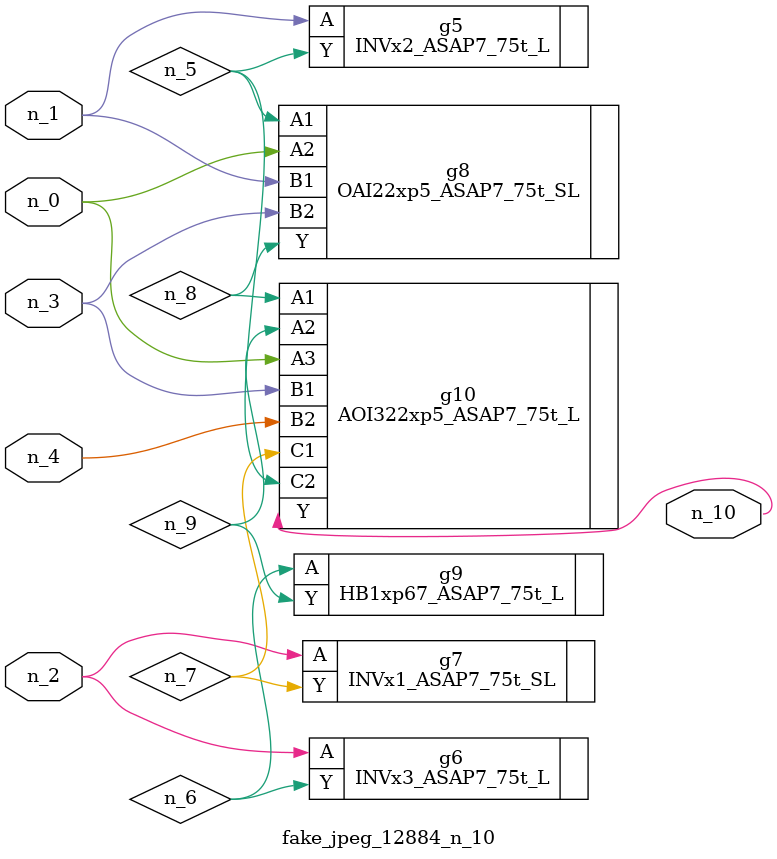
<source format=v>
module fake_jpeg_12884_n_10 (n_3, n_2, n_1, n_0, n_4, n_10);

input n_3;
input n_2;
input n_1;
input n_0;
input n_4;

output n_10;

wire n_8;
wire n_9;
wire n_6;
wire n_5;
wire n_7;

INVx2_ASAP7_75t_L g5 ( 
.A(n_1),
.Y(n_5)
);

INVx3_ASAP7_75t_L g6 ( 
.A(n_2),
.Y(n_6)
);

INVx1_ASAP7_75t_SL g7 ( 
.A(n_2),
.Y(n_7)
);

OAI22xp5_ASAP7_75t_SL g8 ( 
.A1(n_5),
.A2(n_0),
.B1(n_1),
.B2(n_3),
.Y(n_8)
);

AOI322xp5_ASAP7_75t_L g10 ( 
.A1(n_8),
.A2(n_9),
.A3(n_0),
.B1(n_3),
.B2(n_4),
.C1(n_7),
.C2(n_5),
.Y(n_10)
);

HB1xp67_ASAP7_75t_L g9 ( 
.A(n_6),
.Y(n_9)
);


endmodule
</source>
